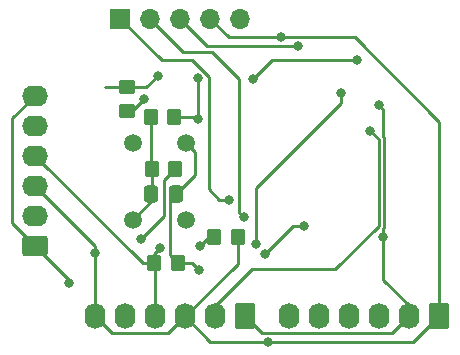
<source format=gbr>
%TF.GenerationSoftware,KiCad,Pcbnew,9.0.2*%
%TF.CreationDate,2025-05-28T14:02:20-07:00*%
%TF.ProjectId,MCU_DSP,4d43555f-4453-4502-9e6b-696361645f70,2.0*%
%TF.SameCoordinates,Original*%
%TF.FileFunction,Copper,L2,Bot*%
%TF.FilePolarity,Positive*%
%FSLAX46Y46*%
G04 Gerber Fmt 4.6, Leading zero omitted, Abs format (unit mm)*
G04 Created by KiCad (PCBNEW 9.0.2) date 2025-05-28 14:02:20*
%MOMM*%
%LPD*%
G01*
G04 APERTURE LIST*
G04 Aperture macros list*
%AMRoundRect*
0 Rectangle with rounded corners*
0 $1 Rounding radius*
0 $2 $3 $4 $5 $6 $7 $8 $9 X,Y pos of 4 corners*
0 Add a 4 corners polygon primitive as box body*
4,1,4,$2,$3,$4,$5,$6,$7,$8,$9,$2,$3,0*
0 Add four circle primitives for the rounded corners*
1,1,$1+$1,$2,$3*
1,1,$1+$1,$4,$5*
1,1,$1+$1,$6,$7*
1,1,$1+$1,$8,$9*
0 Add four rect primitives between the rounded corners*
20,1,$1+$1,$2,$3,$4,$5,0*
20,1,$1+$1,$4,$5,$6,$7,0*
20,1,$1+$1,$6,$7,$8,$9,0*
20,1,$1+$1,$8,$9,$2,$3,0*%
G04 Aperture macros list end*
%TA.AperFunction,ComponentPad*%
%ADD10R,1.700000X1.700000*%
%TD*%
%TA.AperFunction,ComponentPad*%
%ADD11O,1.700000X1.700000*%
%TD*%
%TA.AperFunction,ComponentPad*%
%ADD12RoundRect,0.250000X0.845000X-0.620000X0.845000X0.620000X-0.845000X0.620000X-0.845000X-0.620000X0*%
%TD*%
%TA.AperFunction,ComponentPad*%
%ADD13O,2.190000X1.740000*%
%TD*%
%TA.AperFunction,ComponentPad*%
%ADD14RoundRect,0.250000X0.620000X0.845000X-0.620000X0.845000X-0.620000X-0.845000X0.620000X-0.845000X0*%
%TD*%
%TA.AperFunction,ComponentPad*%
%ADD15O,1.740000X2.190000*%
%TD*%
%TA.AperFunction,ComponentPad*%
%ADD16C,1.507998*%
%TD*%
%TA.AperFunction,SMDPad,CuDef*%
%ADD17RoundRect,0.250000X-0.350000X-0.450000X0.350000X-0.450000X0.350000X0.450000X-0.350000X0.450000X0*%
%TD*%
%TA.AperFunction,SMDPad,CuDef*%
%ADD18RoundRect,0.250000X0.350000X0.450000X-0.350000X0.450000X-0.350000X-0.450000X0.350000X-0.450000X0*%
%TD*%
%TA.AperFunction,SMDPad,CuDef*%
%ADD19RoundRect,0.250000X-0.450000X0.350000X-0.450000X-0.350000X0.450000X-0.350000X0.450000X0.350000X0*%
%TD*%
%TA.AperFunction,SMDPad,CuDef*%
%ADD20RoundRect,0.250000X-0.337500X-0.475000X0.337500X-0.475000X0.337500X0.475000X-0.337500X0.475000X0*%
%TD*%
%TA.AperFunction,ViaPad*%
%ADD21C,0.800000*%
%TD*%
%TA.AperFunction,Conductor*%
%ADD22C,0.250000*%
%TD*%
G04 APERTURE END LIST*
D10*
%TO.P,J1,1,Pin_1*%
%TO.N,Net-(IC1-PGC1{slash}OA1IN+_{slash}_AN4_{slash}_C1IN1+_{slash}_C1IN3-_{slash}_RPB2_{slash}_RB2)*%
X196425000Y-134195000D03*
D11*
%TO.P,J1,2,Pin_2*%
%TO.N,Net-(IC1-PGD1{slash}OA1IN-_{slash}_AN5_{slash}_CTCMP_{slash}_C1IN1-_{slash}_RTCC_{slash}_RPB3_{slash}_RB3)*%
X198965000Y-134195000D03*
%TO.P,J1,3,Pin_3*%
%TO.N,GND*%
X201505000Y-134195000D03*
%TO.P,J1,4,Pin_4*%
%TO.N,+3V3*%
X204045000Y-134195000D03*
%TO.P,J1,5,Pin_5*%
%TO.N,Net-(IC1-~{MCLR})*%
X206585000Y-134195000D03*
%TD*%
D12*
%TO.P,J2,1,Pin_1*%
%TO.N,GND*%
X189200000Y-153400000D03*
D13*
%TO.P,J2,2,Pin_2*%
%TO.N,Net-(IC1-AN15_{slash}_RPB7_{slash}_SCK1_{slash}_INT0_{slash}_RB7)*%
X189200000Y-150860000D03*
%TO.P,J2,3,Pin_3*%
%TO.N,+3V3*%
X189200000Y-148320000D03*
%TO.P,J2,4,Pin_4*%
%TO.N,Net-(IC1-OA2OUT_{slash}_AN0_{slash}_C2IN2-_{slash}_RPA0_{slash}_RA0)*%
X189200000Y-145780000D03*
%TO.P,J2,5,Pin_5*%
%TO.N,Net-(IC1-RPA7_{slash}_PWML4_{slash}_RA7)*%
X189200000Y-143240000D03*
%TO.P,J2,6,Pin_6*%
%TO.N,GND*%
X189200000Y-140700000D03*
%TD*%
D14*
%TO.P,J3,1,Pin_1*%
%TO.N,GND*%
X207000000Y-159400000D03*
D15*
%TO.P,J3,2,Pin_2*%
%TO.N,Net-(IC1-AN15_{slash}_RPB7_{slash}_SCK1_{slash}_INT0_{slash}_RB7)*%
X204460000Y-159400000D03*
%TO.P,J3,3,Pin_3*%
%TO.N,+3V3*%
X201920000Y-159400000D03*
%TO.P,J3,4,Pin_4*%
%TO.N,Net-(IC1-OA2OUT_{slash}_AN0_{slash}_C2IN2-_{slash}_RPA0_{slash}_RA0)*%
X199380000Y-159400000D03*
%TO.P,J3,5,Pin_5*%
%TO.N,Net-(IC1-RPA7_{slash}_PWML4_{slash}_RA7)*%
X196840000Y-159400000D03*
%TO.P,J3,6,Pin_6*%
%TO.N,+3V3*%
X194300000Y-159400000D03*
%TD*%
D16*
%TO.P,SW1,1,1*%
%TO.N,Net-(C6-Pad1)*%
X197499999Y-151200002D03*
%TO.P,SW1,2*%
%TO.N,N/C*%
X197499999Y-144700000D03*
%TO.P,SW1,3*%
X202000000Y-151200002D03*
%TO.P,SW1,4,4*%
%TO.N,GND*%
X202000000Y-144700000D03*
%TD*%
D14*
%TO.P,J5,1,Pin_1*%
%TO.N,+3V3*%
X223400000Y-159400000D03*
D15*
%TO.P,J5,2,Pin_2*%
%TO.N,GND*%
X220860000Y-159400000D03*
%TO.P,J5,3,Pin_3*%
%TO.N,Net-(IC1-PGC2{slash}RPB6_{slash}_SCL1_{slash}_RB6)*%
X218320000Y-159400000D03*
%TO.P,J5,4,Pin_4*%
%TO.N,Net-(IC1-PGD2{slash}_RPB5_{slash}_SDA1_{slash}_RB5)*%
X215780000Y-159400000D03*
%TO.P,J5,5,Pin_5*%
%TO.N,Net-(IC1-SOSCO_{slash}_RPB8_{slash}_T1CK_{slash}_RB8)*%
X213240000Y-159400000D03*
%TO.P,J5,6,Pin_6*%
%TO.N,Net-(IC1-RPD8_{slash}_RD8)*%
X210700000Y-159400000D03*
%TD*%
D17*
%TO.P,R3,1*%
%TO.N,Net-(IC1-OA2OUT_{slash}_AN0_{slash}_C2IN2-_{slash}_RPA0_{slash}_RA0)*%
X199300000Y-154900000D03*
%TO.P,R3,2*%
%TO.N,GND*%
X201300000Y-154900000D03*
%TD*%
D18*
%TO.P,R1,1*%
%TO.N,+3V3*%
X201100000Y-146900000D03*
%TO.P,R1,2*%
%TO.N,Net-(C6-Pad1)*%
X199100000Y-146900000D03*
%TD*%
D19*
%TO.P,R4,1*%
%TO.N,+3V3*%
X197000000Y-140000000D03*
%TO.P,R4,2*%
%TO.N,Net-(D1-A)*%
X197000000Y-142000000D03*
%TD*%
D17*
%TO.P,R2,1*%
%TO.N,Net-(C6-Pad1)*%
X199000000Y-142500000D03*
%TO.P,R2,2*%
%TO.N,Net-(IC1-~{MCLR})*%
X201000000Y-142500000D03*
%TD*%
D18*
%TO.P,R5,1*%
%TO.N,+3V3*%
X206400000Y-152700000D03*
%TO.P,R5,2*%
%TO.N,Net-(D2-A)*%
X204400000Y-152700000D03*
%TD*%
D20*
%TO.P,C6,1*%
%TO.N,Net-(C6-Pad1)*%
X199062500Y-149000000D03*
%TO.P,C6,2*%
%TO.N,GND*%
X201137500Y-149000000D03*
%TD*%
D21*
%TO.N,GND*%
X218300000Y-141500000D03*
X203100000Y-155500000D03*
X218700000Y-152700000D03*
X212010000Y-151770000D03*
X192100000Y-156600000D03*
X208700000Y-154100000D03*
X211500000Y-136500000D03*
%TO.N,+3V3*%
X198218750Y-152818750D03*
X210000000Y-135774000D03*
X199600000Y-139000000D03*
X194300000Y-154000000D03*
X208900000Y-161546000D03*
%TO.N,Net-(D1-K)*%
X207700000Y-139300000D03*
X216500000Y-137700000D03*
%TO.N,Net-(D1-A)*%
X198400000Y-141000000D03*
%TO.N,Net-(D2-K)*%
X215100000Y-140500000D03*
X207900000Y-153300000D03*
%TO.N,Net-(D2-A)*%
X203200000Y-153400000D03*
%TO.N,Net-(IC1-~{MCLR})*%
X203000000Y-139250000D03*
X203000000Y-142700000D03*
%TO.N,Net-(IC1-OA2OUT_{slash}_AN0_{slash}_C2IN2-_{slash}_RPA0_{slash}_RA0)*%
X199800000Y-153600000D03*
%TO.N,Net-(IC1-PGC1{slash}OA1IN+_{slash}_AN4_{slash}_C1IN1+_{slash}_C1IN3-_{slash}_RPB2_{slash}_RB2)*%
X205600000Y-149500000D03*
%TO.N,Net-(IC1-PGD1{slash}OA1IN-_{slash}_AN5_{slash}_CTCMP_{slash}_C1IN1-_{slash}_RTCC_{slash}_RPB3_{slash}_RB3)*%
X206900000Y-151000000D03*
%TO.N,Net-(IC1-AN15_{slash}_RPB7_{slash}_SCK1_{slash}_INT0_{slash}_RB7)*%
X217600000Y-143700000D03*
%TD*%
D22*
%TO.N,GND*%
X218700000Y-144162190D02*
X218700000Y-141900000D01*
X202753999Y-145453999D02*
X202000000Y-144700000D01*
X201137500Y-149000000D02*
X200600000Y-149537500D01*
X211030000Y-151770000D02*
X208700000Y-154100000D01*
X219439000Y-160821000D02*
X208421000Y-160821000D01*
X220860000Y-159400000D02*
X219439000Y-160821000D01*
X189200000Y-140700000D02*
X187300000Y-142600000D01*
X189200000Y-153400000D02*
X192100000Y-156300000D01*
X201300000Y-154900000D02*
X202500000Y-154900000D01*
X187300000Y-142600000D02*
X187300000Y-151500000D01*
X212010000Y-151770000D02*
X211030000Y-151770000D01*
X218751000Y-144213190D02*
X218700000Y-144162190D01*
X218700000Y-152700000D02*
X218700000Y-156300000D01*
X200600000Y-154200000D02*
X201300000Y-154900000D01*
X218700000Y-141900000D02*
X218300000Y-141500000D01*
X203810000Y-136500000D02*
X201505000Y-134195000D01*
X208421000Y-160821000D02*
X207000000Y-159400000D01*
X218751000Y-151886810D02*
X218751000Y-144213190D01*
X202753999Y-147383501D02*
X202753999Y-145453999D01*
X192100000Y-156300000D02*
X192100000Y-156600000D01*
X202500000Y-154900000D02*
X203100000Y-155500000D01*
X218700000Y-151937810D02*
X218751000Y-151886810D01*
X200600000Y-149537500D02*
X200600000Y-154200000D01*
X211500000Y-136500000D02*
X203810000Y-136500000D01*
X218700000Y-156300000D02*
X220860000Y-158460000D01*
X218700000Y-152700000D02*
X218700000Y-151937810D01*
X201137500Y-149000000D02*
X202753999Y-147383501D01*
X187300000Y-151500000D02*
X189200000Y-153400000D01*
%TO.N,+3V3*%
X221254000Y-161546000D02*
X223400000Y-159400000D01*
X210000000Y-135774000D02*
X216274000Y-135774000D01*
X223400000Y-142900000D02*
X223400000Y-159400000D01*
X216274000Y-135774000D02*
X223400000Y-142900000D01*
X201920000Y-159400000D02*
X204066000Y-161546000D01*
X195721000Y-160821000D02*
X200499000Y-160821000D01*
X200149000Y-147851000D02*
X200149000Y-150888500D01*
X200499000Y-160821000D02*
X201920000Y-159400000D01*
X200149000Y-150888500D02*
X198218750Y-152818750D01*
X194300000Y-154000000D02*
X194300000Y-159400000D01*
X189200000Y-148320000D02*
X194300000Y-153420000D01*
X195100000Y-140000000D02*
X197000000Y-140000000D01*
X197000000Y-140000000D02*
X198600000Y-140000000D01*
X194300000Y-159400000D02*
X195721000Y-160821000D01*
X194300000Y-153420000D02*
X194300000Y-154000000D01*
X206400000Y-154920000D02*
X201920000Y-159400000D01*
X204045000Y-134195000D02*
X205624000Y-135774000D01*
X198600000Y-140000000D02*
X199600000Y-139000000D01*
X204066000Y-161546000D02*
X221254000Y-161546000D01*
X206400000Y-152700000D02*
X206400000Y-154920000D01*
X205624000Y-135774000D02*
X210000000Y-135774000D01*
X201100000Y-146900000D02*
X200149000Y-147851000D01*
%TO.N,Net-(C6-Pad1)*%
X199062500Y-149637501D02*
X197499999Y-151200002D01*
X199100000Y-146900000D02*
X199100000Y-148962500D01*
X199062500Y-149000000D02*
X199062500Y-149637501D01*
X199000000Y-142500000D02*
X199000000Y-146800000D01*
%TO.N,Net-(D1-K)*%
X209300000Y-137700000D02*
X216500000Y-137700000D01*
X207700000Y-139300000D02*
X209300000Y-137700000D01*
%TO.N,Net-(D1-A)*%
X197400000Y-142000000D02*
X198400000Y-141000000D01*
%TO.N,Net-(D2-K)*%
X215100000Y-140500000D02*
X215100000Y-141319601D01*
X215100000Y-141319601D02*
X207900000Y-148519601D01*
X207900000Y-148519601D02*
X207900000Y-153300000D01*
%TO.N,Net-(D2-A)*%
X204400000Y-152700000D02*
X203900000Y-152700000D01*
X203900000Y-152700000D02*
X203200000Y-153400000D01*
%TO.N,Net-(IC1-~{MCLR})*%
X202800000Y-142500000D02*
X203000000Y-142700000D01*
X201000000Y-142500000D02*
X202800000Y-142500000D01*
X203000000Y-139250000D02*
X203000000Y-142700000D01*
%TO.N,Net-(IC1-OA2OUT_{slash}_AN0_{slash}_C2IN2-_{slash}_RPA0_{slash}_RA0)*%
X199300000Y-154900000D02*
X198320000Y-154900000D01*
X198320000Y-154900000D02*
X189200000Y-145780000D01*
X199380000Y-159400000D02*
X199380000Y-154980000D01*
X199300000Y-154100000D02*
X199800000Y-153600000D01*
X199300000Y-154900000D02*
X199300000Y-154100000D01*
%TO.N,Net-(IC1-PGC1{slash}OA1IN+_{slash}_AN4_{slash}_C1IN1+_{slash}_C1IN3-_{slash}_RPB2_{slash}_RB2)*%
X203900000Y-139123280D02*
X202476720Y-137700000D01*
X205600000Y-149500000D02*
X204800000Y-149500000D01*
X204800000Y-149500000D02*
X203900000Y-148600000D01*
X203900000Y-148600000D02*
X203900000Y-139123280D01*
X202476720Y-137700000D02*
X199930000Y-137700000D01*
X199930000Y-137700000D02*
X196425000Y-134195000D01*
%TO.N,Net-(IC1-PGD1{slash}OA1IN-_{slash}_AN5_{slash}_CTCMP_{slash}_C1IN1-_{slash}_RTCC_{slash}_RPB3_{slash}_RB3)*%
X206500000Y-150600000D02*
X206500000Y-139274720D01*
X204225280Y-137000000D02*
X201770000Y-137000000D01*
X206900000Y-151000000D02*
X206500000Y-150600000D01*
X201770000Y-137000000D02*
X198965000Y-134195000D01*
X206500000Y-139274720D02*
X204225280Y-137000000D01*
%TO.N,Net-(IC1-AN15_{slash}_RPB7_{slash}_SCK1_{slash}_INT0_{slash}_RB7)*%
X214600000Y-155400000D02*
X207600000Y-155400000D01*
X218300000Y-144400000D02*
X218300000Y-151700000D01*
X218300000Y-151700000D02*
X214600000Y-155400000D01*
X207600000Y-155400000D02*
X204460000Y-158540000D01*
X217600000Y-143700000D02*
X218300000Y-144400000D01*
%TD*%
M02*

</source>
